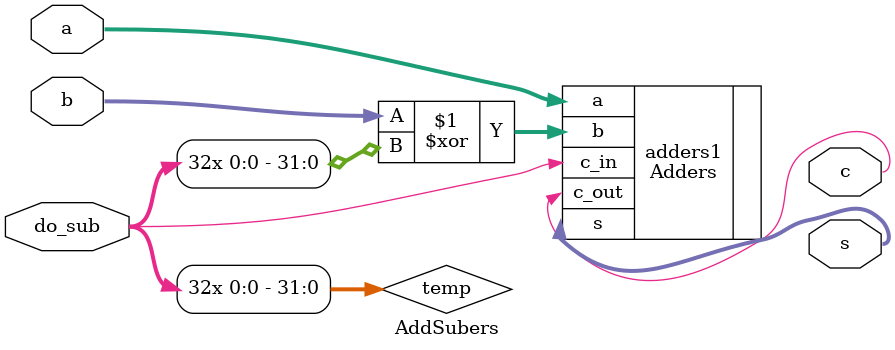
<source format=v>
module AddSubers #(
    parameter LENGTH = 32
)(
    input [LENGTH-1:0] a,
    input [LENGTH-1:0] b,
    input do_sub,
    output [LENGTH-1:0] s,
    output c
);
    wire [LENGTH-1:0] temp;
    assign temp = {LENGTH{do_sub}};
    Adders #(
        .LENGTH(LENGTH)
    ) adders1( 
        .a(a),
        .b(b[LENGTH-1:0]^temp),
        .c_in(do_sub),
        .s(s),
        .c_out(c)
    );
endmodule

</source>
